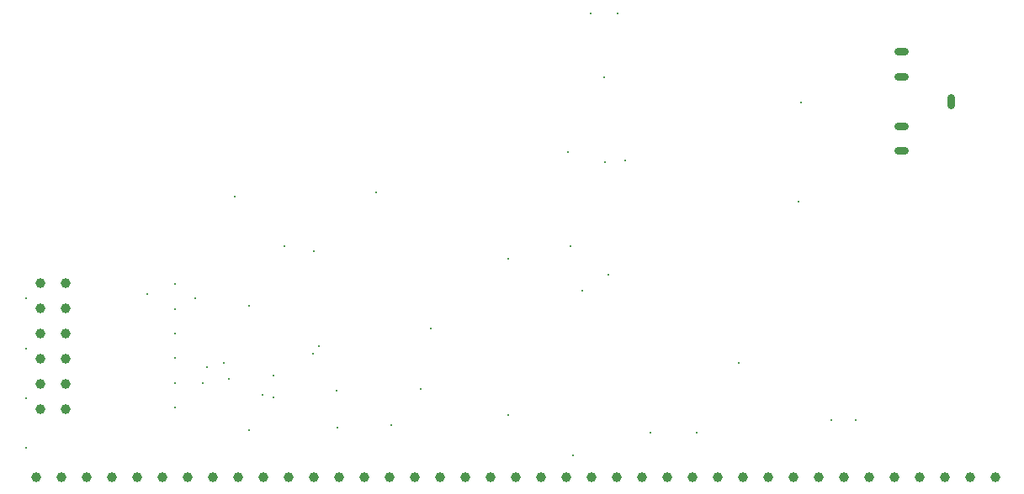
<source format=gbr>
%TF.GenerationSoftware,KiCad,Pcbnew,9.0.1+1*%
%TF.CreationDate,2025-09-29T21:03:37+00:00*%
%TF.ProjectId,rcbus-opl3,72636275-732d-46f7-906c-332e6b696361,@version@*%
%TF.SameCoordinates,Original*%
%TF.FileFunction,Plated,1,2,PTH,Mixed*%
%TF.FilePolarity,Positive*%
%FSLAX46Y46*%
G04 Gerber Fmt 4.6, Leading zero omitted, Abs format (unit mm)*
G04 Created by KiCad (PCBNEW 9.0.1+1) date 2025-09-29 21:03:37*
%MOMM*%
%LPD*%
G01*
G04 APERTURE LIST*
%TA.AperFunction,ViaDrill*%
%ADD10C,0.330200*%
%TD*%
G04 aperture for slot hole*
%TA.AperFunction,ComponentDrill*%
%ADD11C,0.800000*%
%TD*%
%TA.AperFunction,ComponentDrill*%
%ADD12C,1.000000*%
%TD*%
G04 APERTURE END LIST*
D10*
X61000000Y-145000000D03*
X61000000Y-150000000D03*
X61000000Y-155000000D03*
X61000000Y-160000000D03*
X73225001Y-144546399D03*
X76000000Y-143500000D03*
X76000000Y-146060000D03*
X76000000Y-148490000D03*
X76000000Y-151000000D03*
X76000000Y-153510000D03*
X76000000Y-156000000D03*
X78000000Y-145000000D03*
X78805238Y-153471756D03*
X79176756Y-151880846D03*
X80874257Y-151454431D03*
X81368224Y-153118224D03*
X82000000Y-134750000D03*
X83420000Y-158250000D03*
X83424718Y-145731499D03*
X84770729Y-154688895D03*
X85921125Y-154936700D03*
X85933864Y-152726900D03*
X87000000Y-139750000D03*
X89856434Y-150522100D03*
X90000000Y-140250000D03*
X90500000Y-149817600D03*
X92212600Y-154250000D03*
X92310001Y-158000000D03*
X96250000Y-134250000D03*
X97750000Y-157750000D03*
X100722512Y-154075500D03*
X101750000Y-148000000D03*
X109500000Y-141000000D03*
X109500000Y-156750000D03*
X115500000Y-130242697D03*
X115825000Y-139750000D03*
X116000000Y-160750000D03*
X117000000Y-144200000D03*
X117800000Y-116258122D03*
X119137499Y-122655196D03*
X119250001Y-131256115D03*
X119600000Y-142600000D03*
X120500000Y-116258122D03*
X121276187Y-131110261D03*
X123800000Y-158500000D03*
X128485000Y-158500000D03*
X132750000Y-151500000D03*
X138750000Y-135250000D03*
X139000000Y-125250000D03*
X142000000Y-157250000D03*
X144500000Y-157250000D03*
D11*
%TO.C,CON1*%
X148719000Y-120095000D02*
X149419000Y-120095000D01*
X148719000Y-122595000D02*
X149419000Y-122595000D01*
X148719000Y-127595000D02*
X149419000Y-127595000D01*
X148719000Y-130095000D02*
X149419000Y-130095000D01*
X154069000Y-124745000D02*
X154069000Y-125445000D01*
D12*
%TO.C,P1*%
X62000000Y-163000000D03*
%TO.C,JP1*%
X62460000Y-143460000D03*
X62460000Y-146000000D03*
X62460000Y-148540000D03*
X62460000Y-151080000D03*
X62460000Y-153620000D03*
X62460000Y-156160000D03*
%TO.C,P1*%
X64540000Y-163000000D03*
%TO.C,JP1*%
X65000000Y-143460000D03*
X65000000Y-146000000D03*
X65000000Y-148540000D03*
X65000000Y-151080000D03*
X65000000Y-153620000D03*
X65000000Y-156160000D03*
%TO.C,P1*%
X67080000Y-163000000D03*
X69620000Y-163000000D03*
X72160000Y-163000000D03*
X74700000Y-163000000D03*
X77240000Y-163000000D03*
X79780000Y-163000000D03*
X82320000Y-163000000D03*
X84860000Y-163000000D03*
X87400000Y-163000000D03*
X89940000Y-163000000D03*
X92480000Y-163000000D03*
X95020000Y-163000000D03*
X97560000Y-163000000D03*
X100100000Y-163000000D03*
X102640000Y-163000000D03*
X105180000Y-163000000D03*
X107720000Y-163000000D03*
X110260000Y-163000000D03*
X112800000Y-163000000D03*
X115340000Y-163000000D03*
X117880000Y-163000000D03*
X120420000Y-163000000D03*
X122960000Y-163000000D03*
X125500000Y-163000000D03*
X128040000Y-163000000D03*
X130580000Y-163000000D03*
X133120000Y-163000000D03*
X135660000Y-163000000D03*
X138200000Y-163000000D03*
X140740000Y-163000000D03*
X143280000Y-163000000D03*
X145820000Y-163000000D03*
X148360000Y-163000000D03*
X150900000Y-163000000D03*
X153440000Y-163000000D03*
X155980000Y-163000000D03*
X158520000Y-163000000D03*
M02*

</source>
